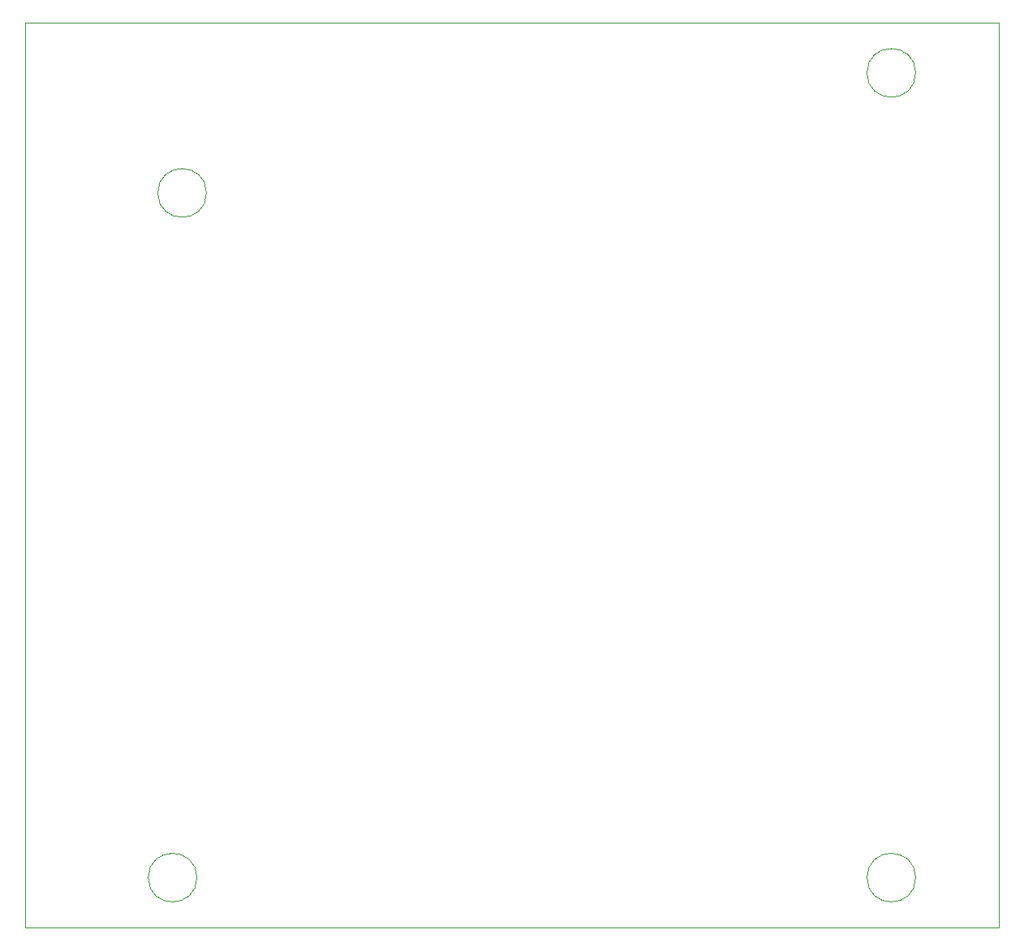
<source format=gbr>
%TF.GenerationSoftware,KiCad,Pcbnew,8.0.5*%
%TF.CreationDate,2024-11-19T23:46:25+01:00*%
%TF.ProjectId,esp32-with-gsm,65737033-322d-4776-9974-682d67736d2e,rev?*%
%TF.SameCoordinates,Original*%
%TF.FileFunction,Profile,NP*%
%FSLAX46Y46*%
G04 Gerber Fmt 4.6, Leading zero omitted, Abs format (unit mm)*
G04 Created by KiCad (PCBNEW 8.0.5) date 2024-11-19 23:46:25*
%MOMM*%
%LPD*%
G01*
G04 APERTURE LIST*
%TA.AperFunction,Profile*%
%ADD10C,0.100000*%
%TD*%
G04 APERTURE END LIST*
D10*
X191540000Y-55460000D02*
G75*
G02*
X186460000Y-55460000I-2540000J0D01*
G01*
X186460000Y-55460000D02*
G75*
G02*
X191540000Y-55460000I2540000J0D01*
G01*
X191540000Y-139500000D02*
G75*
G02*
X186460000Y-139500000I-2540000J0D01*
G01*
X186460000Y-139500000D02*
G75*
G02*
X191540000Y-139500000I2540000J0D01*
G01*
X116540000Y-139500000D02*
G75*
G02*
X111460000Y-139500000I-2540000J0D01*
G01*
X111460000Y-139500000D02*
G75*
G02*
X116540000Y-139500000I2540000J0D01*
G01*
X117540000Y-68000000D02*
G75*
G02*
X112460000Y-68000000I-2540000J0D01*
G01*
X112460000Y-68000000D02*
G75*
G02*
X117540000Y-68000000I2540000J0D01*
G01*
X98590000Y-50250000D02*
X200250000Y-50250000D01*
X200250000Y-144750000D01*
X98590000Y-144750000D01*
X98590000Y-50250000D01*
M02*

</source>
